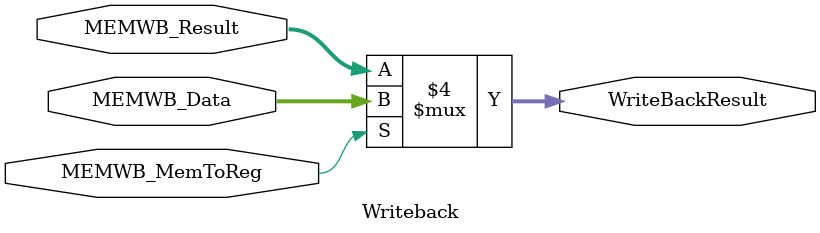
<source format=v>
`timescale 1ns / 1ps

module Writeback (
    input [31:0] MEMWB_Result,
    input [31:0] MEMWB_Data,
    input MEMWB_MemToReg,
    output reg [31:0] WriteBackResult
);

always @ (*) begin
    if (MEMWB_MemToReg == 0)
        WriteBackResult = MEMWB_Result;
    else 
        WriteBackResult = MEMWB_Data;
end

endmodule
</source>
